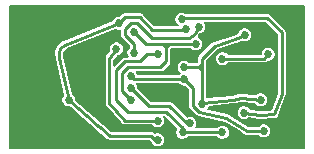
<source format=gbr>
%TF.GenerationSoftware,KiCad,Pcbnew,9.0.5*%
%TF.CreationDate,2025-10-20T10:55:54-07:00*%
%TF.ProjectId,infnoise_goldfingers,696e666e-6f69-4736-955f-676f6c646669,rev?*%
%TF.SameCoordinates,Original*%
%TF.FileFunction,Copper,L2,Bot*%
%TF.FilePolarity,Positive*%
%FSLAX46Y46*%
G04 Gerber Fmt 4.6, Leading zero omitted, Abs format (unit mm)*
G04 Created by KiCad (PCBNEW 9.0.5) date 2025-10-20 10:55:54*
%MOMM*%
%LPD*%
G01*
G04 APERTURE LIST*
%TA.AperFunction,ViaPad*%
%ADD10C,0.685800*%
%TD*%
%TA.AperFunction,Conductor*%
%ADD11C,0.254000*%
%TD*%
G04 APERTURE END LIST*
D10*
%TO.N,/B*%
X31723800Y-4144800D03*
X27848800Y-4519800D03*
%TO.N,GND*%
X28598800Y-6054600D03*
X12223800Y-8269800D03*
X10568000Y-3769800D03*
X26249200Y-11467000D03*
X33832800Y-1752600D03*
X18846800Y-10287000D03*
X30723800Y-2019800D03*
X14905600Y-4159400D03*
X27098800Y-6019800D03*
X24473800Y-7894800D03*
X10550600Y-8269800D03*
%TO.N,+3.3V*%
X24753200Y-2045200D03*
X22348800Y-11394800D03*
X14848800Y-8019800D03*
X19098800Y-1519800D03*
%TO.N,/A*%
X29723800Y-2519800D03*
X31098800Y-8019800D03*
X26149300Y-8407400D03*
X24598800Y-5269800D03*
%TO.N,/VREF*%
X20348800Y-2269800D03*
X25598800Y-3269800D03*
X20098800Y-8019800D03*
%TO.N,/COMP1*%
X18874200Y-3693600D03*
X22348800Y-9769800D03*
%TO.N,/COMP2*%
X24598800Y-6269800D03*
X20098800Y-6019800D03*
X31348800Y-10644800D03*
%TO.N,/SW1EN*%
X25852800Y-1820600D03*
X20348800Y-4019800D03*
%TO.N,/SW2EN*%
X20098800Y-7019800D03*
X25098800Y-10019800D03*
%TO.N,Net-(AMP1-Pad1)*%
X29667200Y-9093200D03*
X24409400Y-1193800D03*
%TO.N,Net-(AMP1A--)*%
X27848800Y-10769800D03*
X22348800Y-4144800D03*
X24473800Y-10769800D03*
%TD*%
D11*
%TO.N,/B*%
X27848800Y-4519800D02*
X31348800Y-4519800D01*
X31348800Y-4519800D02*
X31723800Y-4144800D01*
%TO.N,+3.3V*%
X14122400Y-3657600D02*
X13970000Y-4064000D01*
X18313400Y-11049000D02*
X18415000Y-11074400D01*
X16281400Y-9321800D02*
X15585400Y-8695000D01*
X24753200Y-2045200D02*
X24604800Y-2142800D01*
X22123400Y-11379200D02*
X21894800Y-11150600D01*
X21921000Y-2117400D02*
X20848800Y-1019800D01*
X21793200Y-11074400D02*
X21894800Y-11150600D01*
X14478000Y-3352800D02*
X14122400Y-3657600D01*
X17449800Y-10337800D02*
X17348200Y-10261600D01*
X21793200Y-11074400D02*
X18415000Y-11074400D01*
X15585400Y-8695000D02*
X14848800Y-8019800D01*
X24604800Y-2142800D02*
X21921000Y-2117400D01*
X22326600Y-11379200D02*
X22348800Y-11394800D01*
X22326600Y-11379200D02*
X22123400Y-11379200D01*
X13970000Y-4064000D02*
X14046200Y-4470400D01*
X19598800Y-1019800D02*
X19098800Y-1519800D01*
X20848800Y-1019800D02*
X19598800Y-1019800D01*
X17348200Y-10261600D02*
X16281400Y-9321800D01*
X17449800Y-10337800D02*
X18313400Y-11049000D01*
X14046200Y-4470400D02*
X14848800Y-8019800D01*
X19098800Y-1519800D02*
X14478000Y-3352800D01*
%TO.N,/A*%
X28700400Y-7990400D02*
X26098800Y-8269800D01*
X26098800Y-5519800D02*
X26098800Y-8269800D01*
X26098800Y-5269800D02*
X26098800Y-5519800D01*
X27200400Y-3443600D02*
X26098800Y-4519800D01*
X26098800Y-5019800D02*
X26098800Y-5269800D01*
X25848800Y-5269800D02*
X26098800Y-5519800D01*
X25848800Y-5269800D02*
X26098800Y-5019800D01*
X26098800Y-4519800D02*
X26098800Y-5019800D01*
X24598800Y-5269800D02*
X25848800Y-5269800D01*
X31098800Y-8019800D02*
X29382200Y-7842000D01*
X28927000Y-2884800D02*
X27200400Y-3443600D01*
X29382200Y-7842000D02*
X28700400Y-7990400D01*
X29723800Y-2519800D02*
X28927000Y-2884800D01*
X25848800Y-5269800D02*
X26098800Y-5269800D01*
%TO.N,/VREF*%
X23098800Y-4769800D02*
X23098800Y-3519800D01*
X25598800Y-3269800D02*
X23348800Y-3269800D01*
X23098800Y-3519800D02*
X23098800Y-3269800D01*
X19348800Y-5769800D02*
X19848800Y-5269800D01*
X21348800Y-3269800D02*
X20348800Y-2269800D01*
X22598800Y-5269800D02*
X23098800Y-4769800D01*
X23348800Y-3269800D02*
X23098800Y-3269800D01*
X19848800Y-5269800D02*
X22598800Y-5269800D01*
X23098800Y-3269800D02*
X22848800Y-3269800D01*
X23098800Y-3519800D02*
X22848800Y-3269800D01*
X22848800Y-3269800D02*
X21348800Y-3269800D01*
X20098800Y-8019800D02*
X19348800Y-7269800D01*
X19348800Y-7269800D02*
X19348800Y-5769800D01*
X23098800Y-3519800D02*
X23348800Y-3269800D01*
%TO.N,/COMP1*%
X22348800Y-9769800D02*
X19598800Y-9769800D01*
X18276600Y-8295200D02*
X18276600Y-4545200D01*
X19598800Y-9769800D02*
X18276600Y-8295200D01*
X18276600Y-4545200D02*
X18874200Y-3693600D01*
%TO.N,/COMP2*%
X25348800Y-7019800D02*
X25348800Y-8519800D01*
X24598800Y-6269800D02*
X25348800Y-7019800D01*
X20348800Y-6269800D02*
X24598800Y-6269800D01*
X31343600Y-10642600D02*
X31348800Y-10644800D01*
X20098800Y-6019800D02*
X20348800Y-6269800D01*
X25348800Y-8519800D02*
X25848800Y-9019800D01*
X29921200Y-10642600D02*
X31343600Y-10642600D01*
X28422600Y-9702800D02*
X28167000Y-9553200D01*
X25848800Y-9019800D02*
X28167000Y-9553200D01*
X28422600Y-9702800D02*
X29921200Y-10642600D01*
%TO.N,/SW1EN*%
X24971800Y-2769800D02*
X25497200Y-2422200D01*
X25497200Y-2422200D02*
X25852800Y-1820600D01*
X20598800Y-1519800D02*
X20098800Y-1519800D01*
X20098800Y-1519800D02*
X19598800Y-2019800D01*
X21848800Y-2769800D02*
X20598800Y-1519800D01*
X24971800Y-2769800D02*
X21848800Y-2769800D01*
X20348800Y-3269800D02*
X20348800Y-4019800D01*
X19598800Y-2519800D02*
X20348800Y-3269800D01*
X19598800Y-2019800D02*
X19598800Y-2519800D01*
%TO.N,/SW2EN*%
X23348800Y-8519800D02*
X21598800Y-8519800D01*
X25098800Y-10019800D02*
X24848800Y-10019800D01*
X21598800Y-8519800D02*
X20098800Y-7019800D01*
X24848800Y-10019800D02*
X23348800Y-8519800D01*
%TO.N,Net-(AMP1-Pad1)*%
X32867600Y-7543800D02*
X32232600Y-9245600D01*
X24409400Y-1092200D02*
X24409400Y-1193800D01*
X30988000Y-9296400D02*
X29667200Y-9093200D01*
X31648400Y-1092200D02*
X32867600Y-2311400D01*
X32232600Y-9245600D02*
X30988000Y-9296400D01*
X31648400Y-1092200D02*
X24409400Y-1092200D01*
X32867600Y-2311400D02*
X32867600Y-7543800D01*
%TO.N,Net-(AMP1A--)*%
X18848800Y-8019800D02*
X19848800Y-9019800D01*
X20848800Y-4769800D02*
X19598800Y-4769800D01*
X21473800Y-4144800D02*
X22348800Y-4144800D01*
X19848800Y-9019800D02*
X23098800Y-9019800D01*
X21473800Y-4144800D02*
X20848800Y-4769800D01*
X18848800Y-5519800D02*
X18848800Y-8019800D01*
X19598800Y-4769800D02*
X18848800Y-5519800D01*
X23098800Y-9019800D02*
X24473800Y-10394800D01*
X24473800Y-10394800D02*
X24473800Y-10769800D01*
X27848800Y-10769800D02*
X24473800Y-10769800D01*
%TD*%
%TA.AperFunction,Conductor*%
%TO.N,GND*%
G36*
X34804994Y-43806D02*
G01*
X34823300Y-88000D01*
X34823300Y-12104000D01*
X34804994Y-12148194D01*
X34760800Y-12166500D01*
X9833500Y-12166500D01*
X9789306Y-12148194D01*
X9771000Y-12104000D01*
X9771000Y-4075310D01*
X13636638Y-4075310D01*
X13636758Y-4078800D01*
X13636940Y-4082149D01*
X13644216Y-4120959D01*
X13644438Y-4122217D01*
X13650925Y-4161208D01*
X13652098Y-4165057D01*
X13653741Y-4171753D01*
X13712986Y-4487733D01*
X13712985Y-4487733D01*
X13714284Y-4494664D01*
X13714041Y-4500871D01*
X13722292Y-4537365D01*
X13722506Y-4538505D01*
X13729186Y-4574134D01*
X13730459Y-4578021D01*
X13730442Y-4578026D01*
X13733428Y-4586613D01*
X14422286Y-7632999D01*
X14414178Y-7680143D01*
X14411636Y-7683788D01*
X14339449Y-7808820D01*
X14339448Y-7808823D01*
X14302201Y-7947832D01*
X14302200Y-7947840D01*
X14302200Y-8091759D01*
X14302201Y-8091767D01*
X14339448Y-8230776D01*
X14339449Y-8230779D01*
X14353533Y-8255173D01*
X14389408Y-8317311D01*
X14411412Y-8355422D01*
X14411415Y-8355426D01*
X14513173Y-8457184D01*
X14513177Y-8457187D01*
X14513179Y-8457189D01*
X14624535Y-8521480D01*
X14637820Y-8529150D01*
X14637823Y-8529151D01*
X14661313Y-8535445D01*
X14776839Y-8566400D01*
X14776840Y-8566400D01*
X14920755Y-8566400D01*
X14920761Y-8566400D01*
X14920766Y-8566398D01*
X14922402Y-8566183D01*
X14923212Y-8566400D01*
X14924858Y-8566400D01*
X14924858Y-8566840D01*
X14968609Y-8578560D01*
X14972798Y-8582075D01*
X15012405Y-8618380D01*
X15330938Y-8910361D01*
X15331743Y-8911601D01*
X15362933Y-8939689D01*
X15363168Y-8939905D01*
X15363179Y-8939915D01*
X15394537Y-8968659D01*
X15399364Y-8972498D01*
X16029108Y-9539631D01*
X16030128Y-9541164D01*
X16061460Y-9568766D01*
X16092448Y-9596673D01*
X16092449Y-9596673D01*
X16092452Y-9596676D01*
X16092499Y-9596708D01*
X16098406Y-9601314D01*
X17106814Y-10489672D01*
X17114950Y-10500037D01*
X17139365Y-10518348D01*
X17162266Y-10538523D01*
X17168932Y-10541828D01*
X17178650Y-10547811D01*
X17244252Y-10597014D01*
X17246451Y-10598743D01*
X17578116Y-10871879D01*
X18091072Y-11294313D01*
X18091071Y-11294313D01*
X18092998Y-11295900D01*
X18114824Y-11317004D01*
X18126487Y-11323478D01*
X18136780Y-11331955D01*
X18162145Y-11343500D01*
X18162144Y-11343500D01*
X18164413Y-11344533D01*
X18190955Y-11359267D01*
X18203891Y-11362501D01*
X18209085Y-11364865D01*
X18216027Y-11368025D01*
X18216028Y-11368025D01*
X18216032Y-11368027D01*
X18216035Y-11368027D01*
X18216037Y-11368028D01*
X18223280Y-11369236D01*
X18243531Y-11372614D01*
X18248378Y-11373622D01*
X18332086Y-11394549D01*
X18371462Y-11405100D01*
X18374288Y-11405100D01*
X18377032Y-11405786D01*
X18377035Y-11405785D01*
X18377036Y-11405786D01*
X18417292Y-11405109D01*
X18418343Y-11405100D01*
X21655732Y-11405100D01*
X21699926Y-11423406D01*
X21811923Y-11535403D01*
X21828099Y-11563420D01*
X21839449Y-11605777D01*
X21839449Y-11605779D01*
X21911412Y-11730422D01*
X21911415Y-11730426D01*
X22013173Y-11832184D01*
X22013177Y-11832187D01*
X22013179Y-11832189D01*
X22137820Y-11904150D01*
X22137823Y-11904151D01*
X22222896Y-11926946D01*
X22276839Y-11941400D01*
X22276840Y-11941400D01*
X22420760Y-11941400D01*
X22420761Y-11941400D01*
X22559780Y-11904150D01*
X22684421Y-11832189D01*
X22786189Y-11730421D01*
X22858150Y-11605780D01*
X22895400Y-11466761D01*
X22895400Y-11322839D01*
X22864411Y-11207187D01*
X22858151Y-11183823D01*
X22858150Y-11183820D01*
X22820614Y-11118806D01*
X22786189Y-11059179D01*
X22786187Y-11059177D01*
X22786184Y-11059173D01*
X22684426Y-10957415D01*
X22684422Y-10957412D01*
X22684421Y-10957411D01*
X22622100Y-10921430D01*
X22559779Y-10885449D01*
X22559776Y-10885448D01*
X22420767Y-10848201D01*
X22420762Y-10848200D01*
X22420761Y-10848200D01*
X22276839Y-10848200D01*
X22276838Y-10848200D01*
X22276832Y-10848201D01*
X22134909Y-10886229D01*
X22134908Y-10886228D01*
X22134907Y-10886230D01*
X22114041Y-10883482D01*
X22087483Y-10879986D01*
X22087481Y-10879984D01*
X22080588Y-10876004D01*
X22074340Y-10871879D01*
X22013975Y-10826606D01*
X22007286Y-10820805D01*
X21996255Y-10809774D01*
X21996252Y-10809772D01*
X21996251Y-10809771D01*
X21978991Y-10799806D01*
X21972741Y-10795680D01*
X21956791Y-10783717D01*
X21942318Y-10777908D01*
X21934351Y-10774033D01*
X21929402Y-10771176D01*
X21920846Y-10766236D01*
X21920843Y-10766235D01*
X21920845Y-10766235D01*
X21901584Y-10761074D01*
X21894481Y-10758706D01*
X21875982Y-10751281D01*
X21875980Y-10751280D01*
X21860491Y-10749414D01*
X21860491Y-10749413D01*
X21856080Y-10748881D01*
X21836738Y-10743700D01*
X21813059Y-10743700D01*
X21809331Y-10743251D01*
X21809329Y-10743251D01*
X21789532Y-10740866D01*
X21774089Y-10743072D01*
X21765251Y-10743700D01*
X18485311Y-10743700D01*
X18445579Y-10729446D01*
X17876084Y-10260450D01*
X17692990Y-10109666D01*
X17687751Y-10105351D01*
X17683050Y-10099363D01*
X17654243Y-10077757D01*
X17653128Y-10076839D01*
X17626421Y-10054846D01*
X17626420Y-10054845D01*
X17626416Y-10054843D01*
X17625654Y-10054496D01*
X17614054Y-10047615D01*
X17558997Y-10006322D01*
X17555183Y-10003219D01*
X16993771Y-9508642D01*
X16501555Y-9075023D01*
X16501153Y-9074666D01*
X15807983Y-8450414D01*
X15807576Y-8450044D01*
X15415668Y-8090803D01*
X15395459Y-8047446D01*
X15395400Y-8044730D01*
X15395400Y-7947840D01*
X15395398Y-7947832D01*
X15358151Y-7808823D01*
X15358150Y-7808820D01*
X15286189Y-7684179D01*
X15286187Y-7684177D01*
X15286184Y-7684173D01*
X15184426Y-7582415D01*
X15184420Y-7582410D01*
X15098288Y-7532681D01*
X15069168Y-7494731D01*
X15068578Y-7492340D01*
X14370359Y-4404556D01*
X14369892Y-4402295D01*
X14367704Y-4390623D01*
X14315250Y-4110869D01*
X14318159Y-4077407D01*
X14396542Y-3868386D01*
X14414384Y-3842884D01*
X14643356Y-3646622D01*
X14660980Y-3635983D01*
X18787958Y-1998874D01*
X18835788Y-1999594D01*
X18842253Y-2002843D01*
X18887816Y-2029148D01*
X18887818Y-2029148D01*
X18887820Y-2029150D01*
X18887821Y-2029150D01*
X18887823Y-2029151D01*
X18945450Y-2044592D01*
X19026839Y-2066400D01*
X19026840Y-2066400D01*
X19170760Y-2066400D01*
X19170761Y-2066400D01*
X19189423Y-2061399D01*
X19236848Y-2067641D01*
X19265970Y-2105590D01*
X19268100Y-2121769D01*
X19268100Y-2563336D01*
X19268101Y-2563344D01*
X19290635Y-2647445D01*
X19290636Y-2647448D01*
X19334173Y-2722854D01*
X19334178Y-2722860D01*
X19399300Y-2787982D01*
X19399314Y-2787994D01*
X19999794Y-3388474D01*
X20018100Y-3432668D01*
X20018100Y-3551601D01*
X19999794Y-3595795D01*
X19911415Y-3684173D01*
X19911412Y-3684177D01*
X19839449Y-3808820D01*
X19839448Y-3808823D01*
X19802201Y-3947832D01*
X19802200Y-3947840D01*
X19802200Y-4091759D01*
X19802201Y-4091767D01*
X19839448Y-4230776D01*
X19839449Y-4230779D01*
X19845430Y-4241138D01*
X19903746Y-4342145D01*
X19905597Y-4345350D01*
X19911840Y-4392776D01*
X19882720Y-4430727D01*
X19851470Y-4439100D01*
X19555262Y-4439100D01*
X19555261Y-4439100D01*
X19555255Y-4439101D01*
X19471154Y-4461635D01*
X19471151Y-4461636D01*
X19395745Y-4505173D01*
X19395744Y-4505174D01*
X19370333Y-4530586D01*
X19334174Y-4566745D01*
X18713994Y-5186925D01*
X18669800Y-5205231D01*
X18625606Y-5186925D01*
X18607300Y-5142731D01*
X18607300Y-4669396D01*
X18618640Y-4633495D01*
X18647922Y-4591767D01*
X18875965Y-4266798D01*
X18916335Y-4241138D01*
X18927125Y-4240200D01*
X18946160Y-4240200D01*
X18946161Y-4240200D01*
X19085180Y-4202950D01*
X19209821Y-4130989D01*
X19311589Y-4029221D01*
X19383550Y-3904580D01*
X19420800Y-3765561D01*
X19420800Y-3621639D01*
X19383550Y-3482620D01*
X19311589Y-3357979D01*
X19311587Y-3357977D01*
X19311584Y-3357973D01*
X19209826Y-3256215D01*
X19209822Y-3256212D01*
X19209821Y-3256211D01*
X19126734Y-3208241D01*
X19085179Y-3184249D01*
X19085176Y-3184248D01*
X18946167Y-3147001D01*
X18946162Y-3147000D01*
X18946161Y-3147000D01*
X18802239Y-3147000D01*
X18802238Y-3147000D01*
X18802232Y-3147001D01*
X18663223Y-3184248D01*
X18663220Y-3184249D01*
X18538577Y-3256212D01*
X18538573Y-3256215D01*
X18436815Y-3357973D01*
X18436812Y-3357977D01*
X18364849Y-3482620D01*
X18364848Y-3482623D01*
X18327601Y-3621632D01*
X18327600Y-3621640D01*
X18327600Y-3765562D01*
X18345496Y-3832353D01*
X18339251Y-3879779D01*
X18336285Y-3884429D01*
X18025543Y-4327247D01*
X18022418Y-4331699D01*
X18011974Y-4342145D01*
X17997516Y-4367183D01*
X17995928Y-4369448D01*
X17995923Y-4369458D01*
X17980890Y-4390881D01*
X17977687Y-4399653D01*
X17973110Y-4409457D01*
X17968436Y-4417553D01*
X17961662Y-4442832D01*
X17960002Y-4448088D01*
X17951025Y-4472675D01*
X17950201Y-4481975D01*
X17949722Y-4487394D01*
X17945900Y-4501662D01*
X17945900Y-4530585D01*
X17945657Y-4533331D01*
X17943349Y-4559407D01*
X17944962Y-4568610D01*
X17945900Y-4579400D01*
X17945900Y-8286191D01*
X17944021Y-8320679D01*
X17945900Y-8329610D01*
X17945900Y-8338738D01*
X17954837Y-8372093D01*
X17961947Y-8405889D01*
X17966073Y-8414029D01*
X17967756Y-8420310D01*
X17967755Y-8420311D01*
X17968433Y-8422839D01*
X17968440Y-8422855D01*
X17984855Y-8451286D01*
X17985707Y-8452761D01*
X18001318Y-8483555D01*
X18007406Y-8490345D01*
X18010658Y-8495977D01*
X18010658Y-8495979D01*
X18011969Y-8498249D01*
X18011971Y-8498252D01*
X18035199Y-8521480D01*
X18037538Y-8523950D01*
X19243548Y-9868969D01*
X19329609Y-9964949D01*
X19334174Y-9972855D01*
X19358596Y-9997277D01*
X19359733Y-9998545D01*
X19381643Y-10022981D01*
X19381645Y-10022983D01*
X19381648Y-10022986D01*
X19381650Y-10022987D01*
X19381653Y-10022990D01*
X19383845Y-10024420D01*
X19393889Y-10032571D01*
X19395739Y-10034421D01*
X19395748Y-10034428D01*
X19424184Y-10050846D01*
X19425663Y-10051700D01*
X19454576Y-10070562D01*
X19463245Y-10073398D01*
X19468878Y-10076650D01*
X19471154Y-10077964D01*
X19502878Y-10086463D01*
X19502879Y-10086464D01*
X19504515Y-10086902D01*
X19537334Y-10097642D01*
X19546448Y-10098138D01*
X19555262Y-10100500D01*
X19555264Y-10100500D01*
X19589791Y-10100500D01*
X19624279Y-10102379D01*
X19633211Y-10100500D01*
X21880602Y-10100500D01*
X21924796Y-10118806D01*
X22013173Y-10207184D01*
X22013177Y-10207187D01*
X22013179Y-10207189D01*
X22137820Y-10279150D01*
X22137823Y-10279151D01*
X22191726Y-10293594D01*
X22276839Y-10316400D01*
X22276840Y-10316400D01*
X22420760Y-10316400D01*
X22420761Y-10316400D01*
X22559780Y-10279150D01*
X22684421Y-10207189D01*
X22786189Y-10105421D01*
X22858150Y-9980780D01*
X22895400Y-9841761D01*
X22895400Y-9697839D01*
X22876969Y-9629054D01*
X22858151Y-9558823D01*
X22858150Y-9558820D01*
X22833653Y-9516390D01*
X22792002Y-9444248D01*
X22789873Y-9428072D01*
X22783630Y-9413000D01*
X22786862Y-9405196D01*
X22785760Y-9396824D01*
X22795692Y-9383879D01*
X22801936Y-9368806D01*
X22809738Y-9365574D01*
X22814880Y-9358873D01*
X22846130Y-9350500D01*
X22935932Y-9350500D01*
X22980126Y-9368806D01*
X24005826Y-10394506D01*
X24024132Y-10438700D01*
X24015759Y-10469950D01*
X23964449Y-10558820D01*
X23964448Y-10558823D01*
X23927201Y-10697832D01*
X23927200Y-10697840D01*
X23927200Y-10841759D01*
X23927201Y-10841767D01*
X23964448Y-10980776D01*
X23964449Y-10980779D01*
X24036412Y-11105422D01*
X24036415Y-11105426D01*
X24138173Y-11207184D01*
X24138177Y-11207187D01*
X24138179Y-11207189D01*
X24262820Y-11279150D01*
X24262823Y-11279151D01*
X24347896Y-11301946D01*
X24401839Y-11316400D01*
X24401840Y-11316400D01*
X24545760Y-11316400D01*
X24545761Y-11316400D01*
X24684780Y-11279150D01*
X24809421Y-11207189D01*
X24897804Y-11118806D01*
X24941998Y-11100500D01*
X27380602Y-11100500D01*
X27424796Y-11118806D01*
X27513173Y-11207184D01*
X27513177Y-11207187D01*
X27513179Y-11207189D01*
X27637820Y-11279150D01*
X27637823Y-11279151D01*
X27722896Y-11301946D01*
X27776839Y-11316400D01*
X27776840Y-11316400D01*
X27920760Y-11316400D01*
X27920761Y-11316400D01*
X28059780Y-11279150D01*
X28184421Y-11207189D01*
X28286189Y-11105421D01*
X28358150Y-10980780D01*
X28395400Y-10841761D01*
X28395400Y-10697839D01*
X28380946Y-10643896D01*
X28358151Y-10558823D01*
X28358150Y-10558820D01*
X28348337Y-10541823D01*
X28286189Y-10434179D01*
X28286187Y-10434177D01*
X28286184Y-10434173D01*
X28184426Y-10332415D01*
X28184422Y-10332412D01*
X28184421Y-10332411D01*
X28117188Y-10293594D01*
X28059779Y-10260449D01*
X28059776Y-10260448D01*
X27920767Y-10223201D01*
X27920762Y-10223200D01*
X27920761Y-10223200D01*
X27776839Y-10223200D01*
X27776838Y-10223200D01*
X27776832Y-10223201D01*
X27637823Y-10260448D01*
X27637820Y-10260449D01*
X27513177Y-10332412D01*
X27513173Y-10332415D01*
X27424796Y-10420794D01*
X27380602Y-10439100D01*
X25596130Y-10439100D01*
X25551936Y-10420794D01*
X25533630Y-10376600D01*
X25542003Y-10345350D01*
X25549473Y-10332412D01*
X25608150Y-10230780D01*
X25645400Y-10091761D01*
X25645400Y-9947839D01*
X25608150Y-9808820D01*
X25536189Y-9684179D01*
X25536187Y-9684177D01*
X25536184Y-9684173D01*
X25434426Y-9582415D01*
X25434422Y-9582412D01*
X25434421Y-9582411D01*
X25352820Y-9535299D01*
X25309779Y-9510449D01*
X25309776Y-9510448D01*
X25170767Y-9473201D01*
X25170762Y-9473200D01*
X25170761Y-9473200D01*
X25026839Y-9473200D01*
X25026838Y-9473200D01*
X25026832Y-9473201D01*
X24887823Y-9510448D01*
X24887816Y-9510451D01*
X24878196Y-9516006D01*
X24830770Y-9522249D01*
X24802753Y-9506073D01*
X23616994Y-8320314D01*
X23616982Y-8320300D01*
X23551860Y-8255178D01*
X23551854Y-8255173D01*
X23476448Y-8211636D01*
X23476445Y-8211635D01*
X23392344Y-8189101D01*
X23392339Y-8189100D01*
X23392338Y-8189100D01*
X23392337Y-8189100D01*
X21761668Y-8189100D01*
X21717474Y-8170794D01*
X20663706Y-7117026D01*
X20645400Y-7072832D01*
X20645400Y-6947840D01*
X20645398Y-6947832D01*
X20608151Y-6808823D01*
X20608150Y-6808820D01*
X20591020Y-6779150D01*
X20542002Y-6694248D01*
X20535760Y-6646824D01*
X20564880Y-6608873D01*
X20596130Y-6600500D01*
X24130602Y-6600500D01*
X24174796Y-6618806D01*
X24263173Y-6707184D01*
X24263177Y-6707187D01*
X24263179Y-6707189D01*
X24387820Y-6779150D01*
X24387823Y-6779151D01*
X24472896Y-6801946D01*
X24526839Y-6816400D01*
X24526840Y-6816400D01*
X24651832Y-6816400D01*
X24696026Y-6834706D01*
X24999794Y-7138474D01*
X25018100Y-7182668D01*
X25018100Y-8563336D01*
X25018101Y-8563344D01*
X25040635Y-8647445D01*
X25040636Y-8647448D01*
X25084173Y-8722854D01*
X25084178Y-8722860D01*
X25149300Y-8787982D01*
X25149314Y-8787994D01*
X25588402Y-9227082D01*
X25591578Y-9232156D01*
X25619142Y-9257822D01*
X25619932Y-9258612D01*
X25645741Y-9284422D01*
X25648993Y-9286917D01*
X25648959Y-9286960D01*
X25651935Y-9289160D01*
X25651966Y-9289118D01*
X25655302Y-9291493D01*
X25687582Y-9308626D01*
X25687583Y-9308626D01*
X25688555Y-9309142D01*
X25721155Y-9327964D01*
X25726935Y-9329512D01*
X25732217Y-9332316D01*
X25767796Y-9340501D01*
X25769953Y-9341039D01*
X25805263Y-9350501D01*
X25805269Y-9350501D01*
X25809328Y-9351036D01*
X25809321Y-9351087D01*
X25818168Y-9352092D01*
X28034272Y-9862001D01*
X28051825Y-9868969D01*
X28250376Y-9985178D01*
X28251989Y-9986155D01*
X29386837Y-10697840D01*
X29685995Y-10885448D01*
X29713810Y-10902891D01*
X29718145Y-10907226D01*
X29750608Y-10925969D01*
X29751587Y-10926583D01*
X29782382Y-10945894D01*
X29782387Y-10945897D01*
X29782391Y-10945898D01*
X29786110Y-10947600D01*
X29786096Y-10947629D01*
X29789755Y-10949223D01*
X29789767Y-10949195D01*
X29793546Y-10950759D01*
X29793554Y-10950764D01*
X29829781Y-10960470D01*
X29865616Y-10971490D01*
X29871739Y-10971712D01*
X29877662Y-10973300D01*
X29915160Y-10973300D01*
X29952633Y-10974669D01*
X29958607Y-10973300D01*
X30878402Y-10973300D01*
X30922596Y-10991606D01*
X31013173Y-11082184D01*
X31013177Y-11082187D01*
X31013179Y-11082189D01*
X31137820Y-11154150D01*
X31137823Y-11154151D01*
X31222896Y-11176946D01*
X31276839Y-11191400D01*
X31276840Y-11191400D01*
X31420760Y-11191400D01*
X31420761Y-11191400D01*
X31559780Y-11154150D01*
X31684421Y-11082189D01*
X31786189Y-10980421D01*
X31858150Y-10855780D01*
X31895400Y-10716761D01*
X31895400Y-10572839D01*
X31875893Y-10500037D01*
X31858151Y-10433823D01*
X31858150Y-10433820D01*
X31825114Y-10376600D01*
X31786189Y-10309179D01*
X31786187Y-10309177D01*
X31786184Y-10309173D01*
X31684426Y-10207415D01*
X31684422Y-10207412D01*
X31684421Y-10207411D01*
X31622100Y-10171430D01*
X31559779Y-10135449D01*
X31559776Y-10135448D01*
X31420767Y-10098201D01*
X31420762Y-10098200D01*
X31420761Y-10098200D01*
X31276839Y-10098200D01*
X31276838Y-10098200D01*
X31276832Y-10098201D01*
X31137823Y-10135448D01*
X31137820Y-10135449D01*
X31013177Y-10207412D01*
X31013173Y-10207415D01*
X30926995Y-10293594D01*
X30882801Y-10311900D01*
X30034292Y-10311900D01*
X30001086Y-10302349D01*
X28636979Y-9446891D01*
X28636979Y-9446892D01*
X28630829Y-9443035D01*
X28627221Y-9439384D01*
X28594012Y-9419947D01*
X28561412Y-9399503D01*
X28561411Y-9399502D01*
X28561410Y-9399502D01*
X28557687Y-9397798D01*
X28557762Y-9397633D01*
X28550242Y-9394327D01*
X28371566Y-9289751D01*
X28371565Y-9289751D01*
X28365601Y-9286260D01*
X28360496Y-9281506D01*
X28328113Y-9264318D01*
X28326986Y-9263659D01*
X28296471Y-9245799D01*
X28296401Y-9245779D01*
X28289739Y-9243951D01*
X28283583Y-9240684D01*
X28247878Y-9232468D01*
X28246624Y-9232124D01*
X28212501Y-9222763D01*
X28212496Y-9222762D01*
X28212409Y-9222762D01*
X28198783Y-9221171D01*
X26725672Y-8882220D01*
X26609500Y-8855489D01*
X26570537Y-8827741D01*
X26562608Y-8780567D01*
X26579324Y-8750386D01*
X26579897Y-8749812D01*
X26586689Y-8743021D01*
X26658650Y-8618380D01*
X26668555Y-8581410D01*
X26697674Y-8543462D01*
X26722249Y-8535445D01*
X28710262Y-8321942D01*
X28728191Y-8322794D01*
X28753377Y-8317311D01*
X28779002Y-8314560D01*
X28791231Y-8309833D01*
X28800461Y-8307063D01*
X29391019Y-8178522D01*
X29410750Y-8177426D01*
X30599921Y-8300597D01*
X30641993Y-8323357D01*
X30647607Y-8331513D01*
X30661408Y-8355417D01*
X30661415Y-8355426D01*
X30763173Y-8457184D01*
X30763177Y-8457187D01*
X30763179Y-8457189D01*
X30874535Y-8521480D01*
X30887820Y-8529150D01*
X30887823Y-8529151D01*
X30911313Y-8535445D01*
X31026839Y-8566400D01*
X31026840Y-8566400D01*
X31170760Y-8566400D01*
X31170761Y-8566400D01*
X31309780Y-8529150D01*
X31434421Y-8457189D01*
X31536189Y-8355421D01*
X31608150Y-8230780D01*
X31645400Y-8091761D01*
X31645400Y-7947839D01*
X31608150Y-7808820D01*
X31536189Y-7684179D01*
X31536187Y-7684177D01*
X31536184Y-7684173D01*
X31434426Y-7582415D01*
X31434422Y-7582412D01*
X31434421Y-7582411D01*
X31372100Y-7546430D01*
X31309779Y-7510449D01*
X31309776Y-7510448D01*
X31170767Y-7473201D01*
X31170762Y-7473200D01*
X31170761Y-7473200D01*
X31026839Y-7473200D01*
X31026838Y-7473200D01*
X31026832Y-7473201D01*
X30887823Y-7510448D01*
X30887820Y-7510449D01*
X30807861Y-7556614D01*
X30763179Y-7582411D01*
X30763178Y-7582412D01*
X30720642Y-7624946D01*
X30676447Y-7643250D01*
X30670010Y-7642917D01*
X29456711Y-7517247D01*
X29456710Y-7517247D01*
X29450279Y-7516580D01*
X29441385Y-7513739D01*
X29407125Y-7512110D01*
X29405406Y-7511932D01*
X29405386Y-7511931D01*
X29394645Y-7510819D01*
X29372964Y-7508574D01*
X29372961Y-7508574D01*
X29372958Y-7508574D01*
X29370119Y-7509027D01*
X29370120Y-7509028D01*
X29363735Y-7510048D01*
X29354408Y-7509606D01*
X29320889Y-7516900D01*
X29319148Y-7517179D01*
X29319144Y-7517180D01*
X29307700Y-7519011D01*
X29286978Y-7522325D01*
X29284344Y-7523503D01*
X29272136Y-7527512D01*
X28650704Y-7662772D01*
X28644086Y-7663845D01*
X26498674Y-7894253D01*
X26452778Y-7880771D01*
X26429857Y-7838784D01*
X26429500Y-7832110D01*
X26429500Y-4685361D01*
X26447806Y-4641167D01*
X26448324Y-4640654D01*
X26529469Y-4561380D01*
X26645689Y-4447840D01*
X27302200Y-4447840D01*
X27302200Y-4591759D01*
X27302201Y-4591767D01*
X27339448Y-4730776D01*
X27339449Y-4730779D01*
X27356579Y-4760449D01*
X27398126Y-4832411D01*
X27411412Y-4855422D01*
X27411415Y-4855426D01*
X27513173Y-4957184D01*
X27513177Y-4957187D01*
X27513179Y-4957189D01*
X27637820Y-5029150D01*
X27637823Y-5029151D01*
X27722896Y-5051946D01*
X27776839Y-5066400D01*
X27776840Y-5066400D01*
X27920760Y-5066400D01*
X27920761Y-5066400D01*
X28059780Y-5029150D01*
X28184421Y-4957189D01*
X28272804Y-4868806D01*
X28316998Y-4850500D01*
X31392337Y-4850500D01*
X31392338Y-4850500D01*
X31476446Y-4827964D01*
X31551855Y-4784426D01*
X31613426Y-4722855D01*
X31613426Y-4722854D01*
X31618572Y-4717709D01*
X31618576Y-4717703D01*
X31626576Y-4709703D01*
X31670767Y-4691400D01*
X31795760Y-4691400D01*
X31795761Y-4691400D01*
X31934780Y-4654150D01*
X32059421Y-4582189D01*
X32161189Y-4480421D01*
X32233150Y-4355780D01*
X32270400Y-4216761D01*
X32270400Y-4072839D01*
X32248759Y-3992073D01*
X32233151Y-3933823D01*
X32233150Y-3933820D01*
X32221239Y-3913190D01*
X32161189Y-3809179D01*
X32161187Y-3809177D01*
X32161184Y-3809173D01*
X32059426Y-3707415D01*
X32059422Y-3707412D01*
X32059421Y-3707411D01*
X31997100Y-3671430D01*
X31934779Y-3635449D01*
X31934776Y-3635448D01*
X31795767Y-3598201D01*
X31795762Y-3598200D01*
X31795761Y-3598200D01*
X31651839Y-3598200D01*
X31651838Y-3598200D01*
X31651832Y-3598201D01*
X31512823Y-3635448D01*
X31512820Y-3635449D01*
X31388177Y-3707412D01*
X31388173Y-3707415D01*
X31286415Y-3809173D01*
X31286412Y-3809177D01*
X31214449Y-3933820D01*
X31214448Y-3933823D01*
X31177201Y-4072832D01*
X31177200Y-4072840D01*
X31177200Y-4126600D01*
X31158894Y-4170794D01*
X31114700Y-4189100D01*
X28316998Y-4189100D01*
X28272804Y-4170794D01*
X28184426Y-4082415D01*
X28184422Y-4082412D01*
X28184421Y-4082411D01*
X28104071Y-4036021D01*
X28059779Y-4010449D01*
X28059776Y-4010448D01*
X27920767Y-3973201D01*
X27920762Y-3973200D01*
X27920761Y-3973200D01*
X27776839Y-3973200D01*
X27776838Y-3973200D01*
X27776832Y-3973201D01*
X27637823Y-4010448D01*
X27637820Y-4010449D01*
X27513177Y-4082412D01*
X27513173Y-4082415D01*
X27411415Y-4184173D01*
X27411412Y-4184177D01*
X27339449Y-4308820D01*
X27339448Y-4308823D01*
X27302201Y-4447832D01*
X27302200Y-4447840D01*
X26645689Y-4447840D01*
X27365534Y-3744591D01*
X27389964Y-3729836D01*
X29005936Y-3206840D01*
X29025143Y-3203588D01*
X29047183Y-3193491D01*
X29070251Y-3186026D01*
X29082792Y-3177902D01*
X29090719Y-3173548D01*
X29436203Y-3015287D01*
X29484003Y-3013525D01*
X29493472Y-3017980D01*
X29512820Y-3029150D01*
X29512823Y-3029151D01*
X29597896Y-3051946D01*
X29651839Y-3066400D01*
X29651840Y-3066400D01*
X29795760Y-3066400D01*
X29795761Y-3066400D01*
X29934780Y-3029150D01*
X30059421Y-2957189D01*
X30161189Y-2855421D01*
X30233150Y-2730780D01*
X30270400Y-2591761D01*
X30270400Y-2447839D01*
X30255608Y-2392634D01*
X30233151Y-2308823D01*
X30233150Y-2308820D01*
X30218866Y-2284080D01*
X30161189Y-2184179D01*
X30161187Y-2184177D01*
X30161184Y-2184173D01*
X30059426Y-2082415D01*
X30059422Y-2082412D01*
X30059421Y-2082411D01*
X29986513Y-2040318D01*
X29934779Y-2010449D01*
X29934776Y-2010448D01*
X29795767Y-1973201D01*
X29795762Y-1973200D01*
X29795761Y-1973200D01*
X29651839Y-1973200D01*
X29651838Y-1973200D01*
X29651832Y-1973201D01*
X29512823Y-2010448D01*
X29512820Y-2010449D01*
X29388177Y-2082412D01*
X29388173Y-2082415D01*
X29286415Y-2184173D01*
X29286412Y-2184177D01*
X29214449Y-2308820D01*
X29214448Y-2308823D01*
X29197454Y-2372248D01*
X29168334Y-2410199D01*
X29163113Y-2412894D01*
X28810127Y-2574591D01*
X28803343Y-2577232D01*
X27110353Y-3125154D01*
X27108470Y-3125763D01*
X27076357Y-3133968D01*
X27067175Y-3139126D01*
X27061248Y-3141045D01*
X27061244Y-3141048D01*
X27057150Y-3142373D01*
X27057147Y-3142374D01*
X27030974Y-3159328D01*
X27030973Y-3159327D01*
X27029313Y-3160401D01*
X27000446Y-3176624D01*
X26992916Y-3183978D01*
X26987684Y-3187368D01*
X26987683Y-3187370D01*
X26984068Y-3189711D01*
X26984063Y-3189716D01*
X26963177Y-3212858D01*
X26960456Y-3215690D01*
X25901645Y-4250087D01*
X25901644Y-4250086D01*
X25897436Y-4254197D01*
X25895745Y-4255174D01*
X25866395Y-4284522D01*
X25866135Y-4284777D01*
X25866050Y-4284862D01*
X25836551Y-4313681D01*
X25836324Y-4313971D01*
X25836149Y-4314168D01*
X25835564Y-4314931D01*
X25834407Y-4316440D01*
X25834174Y-4316743D01*
X25813538Y-4352483D01*
X25813172Y-4353109D01*
X25792143Y-4388571D01*
X25791998Y-4388911D01*
X25791997Y-4388910D01*
X25791270Y-4390612D01*
X25791265Y-4390623D01*
X25790864Y-4391558D01*
X25790772Y-4391825D01*
X25790636Y-4392151D01*
X25779976Y-4431936D01*
X25779784Y-4432636D01*
X25768628Y-4472412D01*
X25768577Y-4472771D01*
X25768304Y-4474672D01*
X25768166Y-4475632D01*
X25768147Y-4475896D01*
X25768100Y-4476253D01*
X25768100Y-4517441D01*
X25768096Y-4518170D01*
X25767613Y-4559478D01*
X25767656Y-4559830D01*
X25768100Y-4567268D01*
X25768100Y-4856932D01*
X25749794Y-4901126D01*
X25730126Y-4920794D01*
X25685932Y-4939100D01*
X25066998Y-4939100D01*
X25022804Y-4920794D01*
X24934426Y-4832415D01*
X24934422Y-4832412D01*
X24934421Y-4832411D01*
X24851308Y-4784426D01*
X24809779Y-4760449D01*
X24809776Y-4760448D01*
X24670767Y-4723201D01*
X24670762Y-4723200D01*
X24670761Y-4723200D01*
X24526839Y-4723200D01*
X24526838Y-4723200D01*
X24526832Y-4723201D01*
X24387823Y-4760448D01*
X24387820Y-4760449D01*
X24263177Y-4832412D01*
X24263173Y-4832415D01*
X24161415Y-4934173D01*
X24161412Y-4934177D01*
X24089449Y-5058820D01*
X24089448Y-5058823D01*
X24052201Y-5197832D01*
X24052200Y-5197840D01*
X24052200Y-5341759D01*
X24052201Y-5341767D01*
X24089448Y-5480776D01*
X24089449Y-5480779D01*
X24161412Y-5605422D01*
X24161415Y-5605426D01*
X24263173Y-5707184D01*
X24263179Y-5707189D01*
X24277875Y-5715674D01*
X24306995Y-5753625D01*
X24300750Y-5801051D01*
X24277875Y-5823926D01*
X24263179Y-5832410D01*
X24263173Y-5832415D01*
X24174796Y-5920794D01*
X24130602Y-5939100D01*
X20691016Y-5939100D01*
X20646822Y-5920794D01*
X20630646Y-5892776D01*
X20608151Y-5808823D01*
X20608150Y-5808820D01*
X20567580Y-5738551D01*
X20542002Y-5694248D01*
X20535760Y-5646824D01*
X20564880Y-5608873D01*
X20596130Y-5600500D01*
X22642337Y-5600500D01*
X22642338Y-5600500D01*
X22726446Y-5577964D01*
X22801855Y-5534426D01*
X22863426Y-5472855D01*
X22863426Y-5472853D01*
X22868567Y-5467713D01*
X22868571Y-5467708D01*
X23296708Y-5039571D01*
X23296713Y-5039567D01*
X23301853Y-5034426D01*
X23301855Y-5034426D01*
X23363426Y-4972855D01*
X23406964Y-4897446D01*
X23410883Y-4882820D01*
X23418222Y-4855430D01*
X23418222Y-4855426D01*
X23418224Y-4855421D01*
X23429501Y-4813337D01*
X23429501Y-4726263D01*
X23429501Y-4722439D01*
X23429500Y-4722421D01*
X23429500Y-3682668D01*
X23447806Y-3638474D01*
X23467474Y-3618806D01*
X23511668Y-3600500D01*
X25130602Y-3600500D01*
X25174796Y-3618806D01*
X25263173Y-3707184D01*
X25263177Y-3707187D01*
X25263179Y-3707189D01*
X25387820Y-3779150D01*
X25387823Y-3779151D01*
X25449936Y-3795794D01*
X25526839Y-3816400D01*
X25526840Y-3816400D01*
X25670760Y-3816400D01*
X25670761Y-3816400D01*
X25809780Y-3779150D01*
X25934421Y-3707189D01*
X26036189Y-3605421D01*
X26108150Y-3480780D01*
X26145400Y-3341761D01*
X26145400Y-3197839D01*
X26122780Y-3113421D01*
X26108151Y-3058823D01*
X26108150Y-3058820D01*
X26081999Y-3013525D01*
X26036189Y-2934179D01*
X26036187Y-2934177D01*
X26036184Y-2934173D01*
X25934426Y-2832415D01*
X25934422Y-2832412D01*
X25934421Y-2832411D01*
X25809780Y-2760450D01*
X25809779Y-2760449D01*
X25809778Y-2760449D01*
X25770097Y-2749816D01*
X25758776Y-2741128D01*
X25745246Y-2736594D01*
X25740533Y-2727130D01*
X25732147Y-2720695D01*
X25730284Y-2706547D01*
X25723924Y-2693774D01*
X25727399Y-2684629D01*
X25725904Y-2673269D01*
X25739126Y-2648418D01*
X25740752Y-2646549D01*
X25759732Y-2627955D01*
X25765657Y-2617928D01*
X25769406Y-2613621D01*
X25769501Y-2613573D01*
X25769757Y-2613221D01*
X25773691Y-2608778D01*
X25786887Y-2582322D01*
X25788995Y-2578445D01*
X25898829Y-2392631D01*
X25936454Y-2364067D01*
X26063776Y-2329951D01*
X26063774Y-2329951D01*
X26063780Y-2329950D01*
X26188421Y-2257989D01*
X26290189Y-2156221D01*
X26362150Y-2031580D01*
X26399400Y-1892561D01*
X26399400Y-1748639D01*
X26383987Y-1691116D01*
X26362151Y-1609623D01*
X26362150Y-1609620D01*
X26308474Y-1516650D01*
X26302231Y-1469223D01*
X26331351Y-1431273D01*
X26362601Y-1422900D01*
X31485532Y-1422900D01*
X31529726Y-1441206D01*
X32518594Y-2430074D01*
X32536900Y-2474268D01*
X32536900Y-7472832D01*
X32532956Y-7494681D01*
X32014094Y-8885230D01*
X31981494Y-8920237D01*
X31958087Y-8925829D01*
X31012630Y-8964418D01*
X31000577Y-8963743D01*
X30177510Y-8837117D01*
X30136614Y-8812304D01*
X30132887Y-8806593D01*
X30104589Y-8757579D01*
X30002826Y-8655815D01*
X30002822Y-8655812D01*
X30002821Y-8655811D01*
X29937988Y-8618380D01*
X29878179Y-8583849D01*
X29878176Y-8583848D01*
X29739167Y-8546601D01*
X29739162Y-8546600D01*
X29739161Y-8546600D01*
X29595239Y-8546600D01*
X29595238Y-8546600D01*
X29595232Y-8546601D01*
X29456223Y-8583848D01*
X29456220Y-8583849D01*
X29331577Y-8655812D01*
X29331573Y-8655815D01*
X29229815Y-8757573D01*
X29229812Y-8757577D01*
X29157849Y-8882220D01*
X29157848Y-8882223D01*
X29120601Y-9021232D01*
X29120600Y-9021240D01*
X29120600Y-9165159D01*
X29120601Y-9165167D01*
X29157848Y-9304176D01*
X29157849Y-9304179D01*
X29185512Y-9352093D01*
X29226372Y-9422865D01*
X29229812Y-9428822D01*
X29229815Y-9428826D01*
X29331573Y-9530584D01*
X29331577Y-9530587D01*
X29331579Y-9530589D01*
X29421338Y-9582411D01*
X29456220Y-9602550D01*
X29456223Y-9602551D01*
X29525860Y-9621210D01*
X29595239Y-9639800D01*
X29595240Y-9639800D01*
X29739160Y-9639800D01*
X29739161Y-9639800D01*
X29878180Y-9602550D01*
X30002821Y-9530589D01*
X30024768Y-9508642D01*
X30068962Y-9490335D01*
X30078466Y-9491061D01*
X30926543Y-9621536D01*
X30957985Y-9628600D01*
X30969423Y-9628133D01*
X30980746Y-9629875D01*
X31010696Y-9626592D01*
X31014911Y-9626275D01*
X32223557Y-9576944D01*
X32244461Y-9578943D01*
X32266882Y-9575175D01*
X32289588Y-9574249D01*
X32305562Y-9569262D01*
X32313821Y-9567288D01*
X32330332Y-9564515D01*
X32351008Y-9555075D01*
X32372707Y-9548302D01*
X32390447Y-9537070D01*
X32409543Y-9528353D01*
X32424036Y-9516388D01*
X32430389Y-9511782D01*
X32446278Y-9501725D01*
X32460503Y-9486288D01*
X32476696Y-9472923D01*
X32489883Y-9454408D01*
X32505287Y-9437694D01*
X32515035Y-9419096D01*
X32527213Y-9402000D01*
X32535157Y-9380709D01*
X32545713Y-9360572D01*
X32549382Y-9344234D01*
X32551807Y-9336085D01*
X33167787Y-7685262D01*
X33175764Y-7671446D01*
X33182950Y-7644623D01*
X33192654Y-7618619D01*
X33193675Y-7607933D01*
X33195519Y-7597714D01*
X33198300Y-7587338D01*
X33198300Y-7562564D01*
X33198584Y-7556614D01*
X33200944Y-7531939D01*
X33199164Y-7521344D01*
X33198300Y-7510988D01*
X33198300Y-2267863D01*
X33198298Y-2267855D01*
X33175764Y-2183754D01*
X33175763Y-2183751D01*
X33132226Y-2108345D01*
X33132225Y-2108344D01*
X33106292Y-2082411D01*
X33070655Y-2046774D01*
X33070652Y-2046772D01*
X33068472Y-2044592D01*
X33068472Y-2044591D01*
X33068466Y-2044586D01*
X31916594Y-892714D01*
X31916582Y-892700D01*
X31851460Y-827578D01*
X31851454Y-827573D01*
X31776048Y-784036D01*
X31776045Y-784035D01*
X31691944Y-761501D01*
X31691939Y-761500D01*
X31691938Y-761500D01*
X31691937Y-761500D01*
X24770582Y-761500D01*
X24739333Y-753127D01*
X24669843Y-713007D01*
X24620379Y-684449D01*
X24620376Y-684448D01*
X24481367Y-647201D01*
X24481362Y-647200D01*
X24481361Y-647200D01*
X24337439Y-647200D01*
X24337438Y-647200D01*
X24337432Y-647201D01*
X24198423Y-684448D01*
X24198420Y-684449D01*
X24073777Y-756412D01*
X24073773Y-756415D01*
X23972015Y-858173D01*
X23972012Y-858177D01*
X23900049Y-982820D01*
X23900048Y-982823D01*
X23862801Y-1121832D01*
X23862800Y-1121840D01*
X23862800Y-1265759D01*
X23862801Y-1265767D01*
X23900048Y-1404776D01*
X23900049Y-1404779D01*
X23972012Y-1529422D01*
X23972015Y-1529426D01*
X24073776Y-1631187D01*
X24073778Y-1631188D01*
X24073779Y-1631189D01*
X24177579Y-1691117D01*
X24206698Y-1729066D01*
X24200455Y-1776493D01*
X24162505Y-1805613D01*
X24145736Y-1807740D01*
X22087506Y-1788260D01*
X22043488Y-1769537D01*
X22043390Y-1769437D01*
X21118530Y-822667D01*
X21114409Y-818448D01*
X21113426Y-816745D01*
X21083980Y-787299D01*
X21080792Y-784035D01*
X21054939Y-757569D01*
X21054654Y-757345D01*
X21054462Y-757174D01*
X21053671Y-756568D01*
X21053652Y-756553D01*
X21052142Y-755394D01*
X21052141Y-755393D01*
X21051855Y-755173D01*
X21016185Y-734579D01*
X21015554Y-734210D01*
X20980046Y-713152D01*
X20979709Y-713007D01*
X20979709Y-713008D01*
X20977905Y-712236D01*
X20977904Y-712235D01*
X20977891Y-712230D01*
X20977039Y-711865D01*
X20976799Y-711782D01*
X20976450Y-711637D01*
X20936597Y-700958D01*
X20936597Y-700957D01*
X20936168Y-700842D01*
X20896205Y-689632D01*
X20894237Y-689608D01*
X20892338Y-689100D01*
X20892334Y-689100D01*
X20851137Y-689100D01*
X20850407Y-689096D01*
X20849827Y-689089D01*
X20809138Y-688612D01*
X20808771Y-688657D01*
X20801339Y-689100D01*
X19646178Y-689100D01*
X19646162Y-689099D01*
X19642337Y-689099D01*
X19555263Y-689099D01*
X19555258Y-689099D01*
X19503953Y-702847D01*
X19493691Y-705597D01*
X19472660Y-711232D01*
X19471150Y-711637D01*
X19395745Y-755173D01*
X19395744Y-755174D01*
X19366884Y-784035D01*
X19334174Y-816745D01*
X19196025Y-954894D01*
X19151831Y-973200D01*
X19026839Y-973200D01*
X19026838Y-973200D01*
X19026832Y-973201D01*
X18887823Y-1010448D01*
X18887820Y-1010449D01*
X18763177Y-1082412D01*
X18763173Y-1082415D01*
X18661415Y-1184173D01*
X18661412Y-1184177D01*
X18589449Y-1308820D01*
X18589449Y-1308822D01*
X18580410Y-1342555D01*
X18551289Y-1380505D01*
X18543086Y-1384474D01*
X14391371Y-3031394D01*
X14385758Y-3033620D01*
X14374366Y-3035753D01*
X14345431Y-3049616D01*
X14343416Y-3050416D01*
X14343409Y-3050419D01*
X14335175Y-3053686D01*
X14315585Y-3061457D01*
X14311124Y-3064775D01*
X14306283Y-3068374D01*
X14295840Y-3073380D01*
X14271495Y-3094245D01*
X14269757Y-3095539D01*
X14269744Y-3095550D01*
X14245719Y-3113417D01*
X14245715Y-3113421D01*
X14242269Y-3117775D01*
X14233937Y-3126439D01*
X13910217Y-3403912D01*
X13909732Y-3404327D01*
X13878676Y-3429878D01*
X13876703Y-3432636D01*
X13874131Y-3434842D01*
X13851776Y-3467490D01*
X13851055Y-3468519D01*
X13828044Y-3500714D01*
X13826418Y-3503763D01*
X13824932Y-3506694D01*
X13811777Y-3544052D01*
X13811347Y-3545237D01*
X13677078Y-3903287D01*
X13674430Y-3910346D01*
X13672486Y-3913190D01*
X13659168Y-3951047D01*
X13658931Y-3951680D01*
X13645068Y-3988649D01*
X13644282Y-3992038D01*
X13643589Y-3995334D01*
X13640570Y-4034745D01*
X13640460Y-4036021D01*
X13636638Y-4075310D01*
X9771000Y-4075310D01*
X9771000Y-88000D01*
X9789306Y-43806D01*
X9833500Y-25500D01*
X34760800Y-25500D01*
X34804994Y-43806D01*
G37*
%TD.AperFunction*%
%TD*%
M02*

</source>
